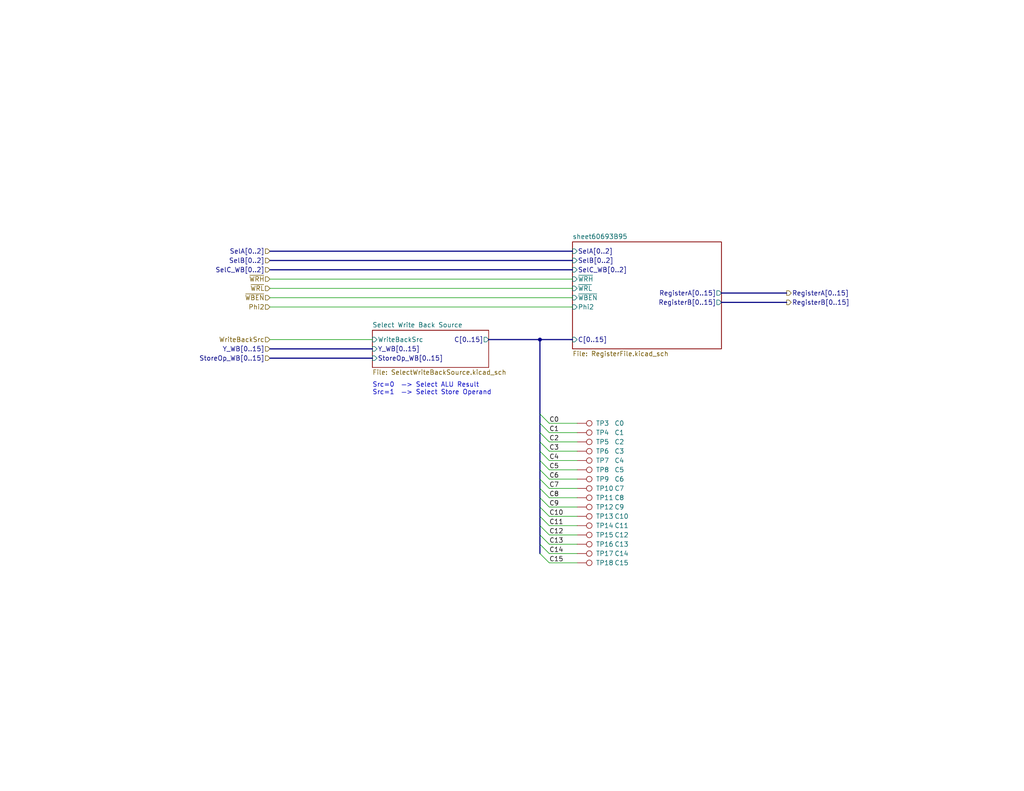
<source format=kicad_sch>
(kicad_sch (version 20250114) (generator "eeschema") (generator_version "9.0")
  (paper "USLetter")
  (title_block (date "2023-11-05") (rev "B") (comment 4 "The Write Back Stage and Register File are combined on one PCB."))
  (lib_symbols
    (symbol "Connector:TestPoint" (pin_numbers (hide yes)) (pin_names (offset 0.762) (hide yes))
      (property "Reference" "TP" (at 0 6.858 0))
      (property "Value" "TestPoint" (at 0 5.08 0))
      (symbol "TestPoint_0_1"
        (circle (center 0 3.302) (radius 0.762))
      )
      (symbol "TestPoint_1_1"
        (pin passive line (at 0 0 90) (length 2.54) (name "1") (number "1"))
      )
    )
  )
  (text "Src=0  —> Select ALU Result\nSrc=1  —> Select Store Operand" (at 101.6 107.95 0) (effects (font (size 1.27 1.27)) (justify left bottom)))
  (junction (at 147.32 92.71))
  (bus_entry (at 147.32 138.43) (size 2.54 2.54))
  (bus_entry (at 147.32 118.11) (size 2.54 2.54))
  (bus_entry (at 147.32 148.59) (size 2.54 2.54))
  (bus_entry (at 147.32 123.19) (size 2.54 2.54))
  (bus_entry (at 147.32 146.05) (size 2.54 2.54))
  (bus_entry (at 147.32 130.81) (size 2.54 2.54))
  (bus_entry (at 147.32 133.35) (size 2.54 2.54))
  (bus_entry (at 147.32 113.03) (size 2.54 2.54))
  (bus_entry (at 147.32 125.73) (size 2.54 2.54))
  (bus_entry (at 147.32 115.57) (size 2.54 2.54))
  (bus_entry (at 147.32 128.27) (size 2.54 2.54))
  (bus_entry (at 147.32 143.51) (size 2.54 2.54))
  (bus_entry (at 147.32 140.97) (size 2.54 2.54))
  (bus_entry (at 147.32 120.65) (size 2.54 2.54))
  (bus_entry (at 147.32 151.13) (size 2.54 2.54))
  (bus_entry (at 147.32 135.89) (size 2.54 2.54))
  (bus (pts (xy 73.66 97.79) (xy 101.6 97.79)))
  (bus (pts (xy 73.66 71.12) (xy 156.21 71.12)))
  (bus (pts (xy 196.85 80.01) (xy 214.63 80.01)))
  (wire (pts (xy 149.86 125.73) (xy 157.48 125.73)))
  (bus (pts (xy 147.32 143.51) (xy 147.32 146.05)))
  (wire (pts (xy 149.86 128.27) (xy 157.48 128.27)))
  (bus (pts (xy 147.32 118.11) (xy 147.32 120.65)))
  (wire (pts (xy 149.86 123.19) (xy 157.48 123.19)))
  (wire (pts (xy 149.86 135.89) (xy 157.48 135.89)))
  (wire (pts (xy 149.86 146.05) (xy 157.48 146.05)))
  (bus (pts (xy 101.6 95.25) (xy 73.66 95.25)))
  (wire (pts (xy 73.66 83.82) (xy 156.21 83.82)))
  (wire (pts (xy 149.86 151.13) (xy 157.48 151.13)))
  (bus (pts (xy 147.32 115.57) (xy 147.32 118.11)))
  (bus (pts (xy 147.32 146.05) (xy 147.32 148.59)))
  (wire (pts (xy 73.66 78.74) (xy 156.21 78.74)))
  (wire (pts (xy 149.86 133.35) (xy 157.48 133.35)))
  (bus (pts (xy 147.32 113.03) (xy 147.32 115.57)))
  (bus (pts (xy 147.32 135.89) (xy 147.32 138.43)))
  (bus (pts (xy 147.32 92.71) (xy 156.21 92.71)))
  (wire (pts (xy 149.86 118.11) (xy 157.48 118.11)))
  (bus (pts (xy 73.66 68.58) (xy 156.21 68.58)))
  (wire (pts (xy 149.86 130.81) (xy 157.48 130.81)))
  (bus (pts (xy 147.32 138.43) (xy 147.32 140.97)))
  (wire (pts (xy 149.86 120.65) (xy 157.48 120.65)))
  (bus (pts (xy 73.66 73.66) (xy 156.21 73.66)))
  (bus (pts (xy 147.32 133.35) (xy 147.32 135.89)))
  (bus (pts (xy 147.32 128.27) (xy 147.32 130.81)))
  (bus (pts (xy 147.32 130.81) (xy 147.32 133.35)))
  (wire (pts (xy 149.86 140.97) (xy 157.48 140.97)))
  (wire (pts (xy 149.86 153.67) (xy 157.48 153.67)))
  (bus (pts (xy 147.32 125.73) (xy 147.32 128.27)))
  (bus (pts (xy 147.32 123.19) (xy 147.32 125.73)))
  (wire (pts (xy 73.66 81.28) (xy 156.21 81.28)))
  (bus (pts (xy 147.32 120.65) (xy 147.32 123.19)))
  (wire (pts (xy 149.86 138.43) (xy 157.48 138.43)))
  (wire (pts (xy 149.86 115.57) (xy 157.48 115.57)))
  (bus (pts (xy 147.32 148.59) (xy 147.32 151.13)))
  (bus (pts (xy 147.32 140.97) (xy 147.32 143.51)))
  (bus (pts (xy 196.85 82.55) (xy 214.63 82.55)))
  (wire (pts (xy 73.66 92.71) (xy 101.6 92.71)))
  (wire (pts (xy 73.66 76.2) (xy 156.21 76.2)))
  (bus (pts (xy 133.35 92.71) (xy 147.32 92.71)))
  (wire (pts (xy 149.86 148.59) (xy 157.48 148.59)))
  (wire (pts (xy 149.86 143.51) (xy 157.48 143.51)))
  (bus (pts (xy 147.32 113.03) (xy 147.32 92.71)))
  (label "C14" (at 149.86 151.13 0))
  (label "C13" (at 149.86 148.59 0))
  (label "C12" (at 149.86 146.05 0))
  (label "C9" (at 149.86 138.43 0))
  (label "C1" (at 149.86 118.11 0))
  (label "C4" (at 149.86 125.73 0))
  (label "C3" (at 149.86 123.19 0))
  (label "C0" (at 149.86 115.57 0))
  (label "C5" (at 149.86 128.27 0))
  (label "C10" (at 149.86 140.97 0))
  (label "C7" (at 149.86 133.35 0))
  (label "C15" (at 149.86 153.67 0))
  (label "C11" (at 149.86 143.51 0))
  (label "C6" (at 149.86 130.81 0))
  (label "C8" (at 149.86 135.89 0))
  (label "C2" (at 149.86 120.65 0))
  (hierarchical_label "RegisterA[0..15]" (shape output) (at 214.63 80.01 0))
  (hierarchical_label "~{WRH}" (shape input) (at 73.66 76.2 180))
  (hierarchical_label "StoreOp_WB[0..15]" (shape input) (at 73.66 97.79 180))
  (hierarchical_label "SelB[0..2]" (shape input) (at 73.66 71.12 180))
  (hierarchical_label "SelC_WB[0..2]" (shape input) (at 73.66 73.66 180))
  (hierarchical_label "Y_WB[0..15]" (shape input) (at 73.66 95.25 180))
  (hierarchical_label "WriteBackSrc" (shape input) (at 73.66 92.71 180))
  (hierarchical_label "~{WRL}" (shape input) (at 73.66 78.74 180))
  (hierarchical_label "SelA[0..2]" (shape input) (at 73.66 68.58 180))
  (hierarchical_label "~{WBEN}" (shape input) (at 73.66 81.28 180))
  (hierarchical_label "RegisterB[0..15]" (shape output) (at 214.63 82.55 0))
  (hierarchical_label "Phi2" (shape input) (at 73.66 83.82 180))
  (symbol (lib_id "Connector:TestPoint") (at 157.48 153.67 270) (unit 1)
    (property "Reference" "TP18" (at 162.56 153.67 90) (effects (justify left)))
    (property "Value" "C15" (at 167.64 153.67 90) (effects (justify left)))
    (property "Footprint" "TestPoint:TestPoint_Pad_D1.0mm" (effects (hide yes)))
  )
  (symbol (lib_id "Connector:TestPoint") (at 157.48 138.43 270) (unit 1)
    (property "Reference" "TP12" (at 162.56 138.43 90) (effects (justify left)))
    (property "Value" "C9" (at 167.64 138.43 90) (effects (justify left)))
    (property "Footprint" "TestPoint:TestPoint_Pad_D1.0mm" (effects (hide yes)))
  )
  (symbol (lib_id "Connector:TestPoint") (at 157.48 125.73 270) (unit 1)
    (property "Reference" "TP7" (at 162.56 125.73 90) (effects (justify left)))
    (property "Value" "C4" (at 167.64 125.73 90) (effects (justify left)))
    (property "Footprint" "TestPoint:TestPoint_Pad_D1.0mm" (effects (hide yes)))
  )
  (symbol (lib_id "Connector:TestPoint") (at 157.48 123.19 270) (unit 1)
    (property "Reference" "TP6" (at 162.56 123.19 90) (effects (justify left)))
    (property "Value" "C3" (at 167.64 123.19 90) (effects (justify left)))
    (property "Footprint" "TestPoint:TestPoint_Pad_D1.0mm" (effects (hide yes)))
  )
  (symbol (lib_id "Connector:TestPoint") (at 157.48 120.65 270) (unit 1)
    (property "Reference" "TP5" (at 162.56 120.65 90) (effects (justify left)))
    (property "Value" "C2" (at 167.64 120.65 90) (effects (justify left)))
    (property "Footprint" "TestPoint:TestPoint_Pad_D1.0mm" (effects (hide yes)))
  )
  (symbol (lib_id "Connector:TestPoint") (at 157.48 128.27 270) (unit 1)
    (property "Reference" "TP8" (at 162.56 128.27 90) (effects (justify left)))
    (property "Value" "C5" (at 167.64 128.27 90) (effects (justify left)))
    (property "Footprint" "TestPoint:TestPoint_Pad_D1.0mm" (effects (hide yes)))
  )
  (symbol (lib_id "Connector:TestPoint") (at 157.48 148.59 270) (unit 1)
    (property "Reference" "TP16" (at 162.56 148.59 90) (effects (justify left)))
    (property "Value" "C13" (at 167.64 148.59 90) (effects (justify left)))
    (property "Footprint" "TestPoint:TestPoint_Pad_D1.0mm" (effects (hide yes)))
  )
  (symbol (lib_id "Connector:TestPoint") (at 157.48 118.11 270) (unit 1)
    (property "Reference" "TP4" (at 162.56 118.11 90) (effects (justify left)))
    (property "Value" "C1" (at 167.64 118.11 90) (effects (justify left)))
    (property "Footprint" "TestPoint:TestPoint_Pad_D1.0mm" (effects (hide yes)))
  )
  (symbol (lib_id "Connector:TestPoint") (at 157.48 143.51 270) (unit 1)
    (property "Reference" "TP14" (at 162.56 143.51 90) (effects (justify left)))
    (property "Value" "C11" (at 167.64 143.51 90) (effects (justify left)))
    (property "Footprint" "TestPoint:TestPoint_Pad_D1.0mm" (effects (hide yes)))
  )
  (symbol (lib_id "Connector:TestPoint") (at 157.48 135.89 270) (unit 1)
    (property "Reference" "TP11" (at 162.56 135.89 90) (effects (justify left)))
    (property "Value" "C8" (at 167.64 135.89 90) (effects (justify left)))
    (property "Footprint" "TestPoint:TestPoint_Pad_D1.0mm" (effects (hide yes)))
  )
  (symbol (lib_id "Connector:TestPoint") (at 157.48 146.05 270) (unit 1)
    (property "Reference" "TP15" (at 162.56 146.05 90) (effects (justify left)))
    (property "Value" "C12" (at 167.64 146.05 90) (effects (justify left)))
    (property "Footprint" "TestPoint:TestPoint_Pad_D1.0mm" (effects (hide yes)))
  )
  (symbol (lib_id "Connector:TestPoint") (at 157.48 140.97 270) (unit 1)
    (property "Reference" "TP13" (at 162.56 140.97 90) (effects (justify left)))
    (property "Value" "C10" (at 167.64 140.97 90) (effects (justify left)))
    (property "Footprint" "TestPoint:TestPoint_Pad_D1.0mm" (effects (hide yes)))
  )
  (symbol (lib_id "Connector:TestPoint") (at 157.48 130.81 270) (unit 1)
    (property "Reference" "TP9" (at 162.56 130.81 90) (effects (justify left)))
    (property "Value" "C6" (at 167.64 130.81 90) (effects (justify left)))
    (property "Footprint" "TestPoint:TestPoint_Pad_D1.0mm" (effects (hide yes)))
  )
  (symbol (lib_id "Connector:TestPoint") (at 157.48 115.57 270) (unit 1)
    (property "Reference" "TP3" (at 162.56 115.57 90) (effects (justify left)))
    (property "Value" "C0" (at 167.64 115.57 90) (effects (justify left)))
    (property "Footprint" "TestPoint:TestPoint_Pad_D1.0mm" (effects (hide yes)))
  )
  (symbol (lib_id "Connector:TestPoint") (at 157.48 151.13 270) (unit 1)
    (property "Reference" "TP17" (at 162.56 151.13 90) (effects (justify left)))
    (property "Value" "C14" (at 167.64 151.13 90) (effects (justify left)))
    (property "Footprint" "TestPoint:TestPoint_Pad_D1.0mm" (effects (hide yes)))
  )
  (symbol (lib_id "Connector:TestPoint") (at 157.48 133.35 270) (unit 1)
    (property "Reference" "TP10" (at 162.56 133.35 90) (effects (justify left)))
    (property "Value" "C7" (at 167.64 133.35 90) (effects (justify left)))
    (property "Footprint" "TestPoint:TestPoint_Pad_D1.0mm" (effects (hide yes)))
  )
  (sheet (at 101.6 90.17) (size 31.75 10.16)
    (property "Sheetname" "Select Write Back Source" (at 101.6 89.4584 0) (effects (justify left bottom)))
    (property "Sheetfile" "SelectWriteBackSource.kicad_sch" (at 101.6 100.9146 0) (effects (justify left top)))
    (pin "C[0..15]" output (at 133.35 92.71 0))
    (pin "StoreOp_WB[0..15]" input (at 101.6 97.79 180))
    (pin "Y_WB[0..15]" input (at 101.6 95.25 180))
    (pin "WriteBackSrc" input (at 101.6 92.71 180))
  )
  (sheet (at 156.21 66.04) (size 40.64 29.21)
    (property "Sheetname" "sheet60693B95" (at 156.21 65.3284 0) (effects (justify left bottom)))
    (property "Sheetfile" "RegisterFile.kicad_sch" (at 156.21 95.8346 0) (effects (justify left top)))
    (pin "~{WRH}" input (at 156.21 76.2 180))
    (pin "~{WRL}" input (at 156.21 78.74 180))
    (pin "C[0..15]" input (at 156.21 92.71 180))
    (pin "SelC_WB[0..2]" input (at 156.21 73.66 180))
    (pin "SelB[0..2]" input (at 156.21 71.12 180))
    (pin "RegisterB[0..15]" output (at 196.85 82.55 0))
    (pin "RegisterA[0..15]" output (at 196.85 80.01 0))
    (pin "~{WBEN}" input (at 156.21 81.28 180))
    (pin "SelA[0..2]" input (at 156.21 68.58 180))
    (pin "Phi2" input (at 156.21 83.82 180))
  )
)
</source>
